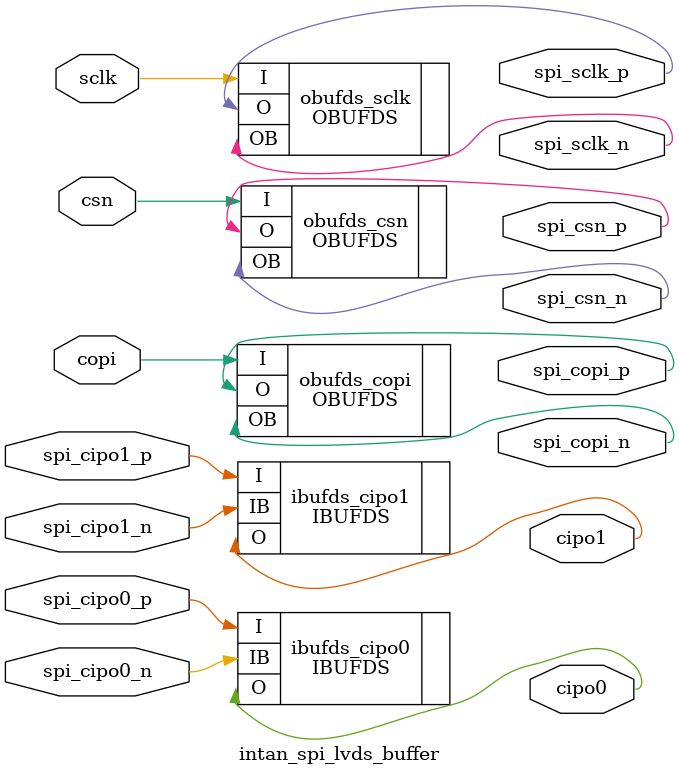
<source format=v>

module intan_spi_lvds_buffer (
    // Input: Single-ended Intan SPI interface
    (* X_INTERFACE_INFO = "kemerelab.org:intan:intan_spi:1.0 intan_spi sclk" *)
    input wire sclk,
    
    (* X_INTERFACE_INFO = "kemerelab.org:intan:intan_spi:1.0 intan_spi csn" *)
    input wire csn,
    
    (* X_INTERFACE_INFO = "kemerelab.org:intan:intan_spi:1.0 intan_spi copi" *)
    input wire copi,
    
    (* X_INTERFACE_INFO = "kemerelab.org:intan:intan_spi:1.0 intan_spi cipo0" *)
    output wire cipo0,
    
    (* X_INTERFACE_INFO = "kemerelab.org:intan:intan_spi:1.0 intan_spi cipo1" *)
    (* X_INTERFACE_PARAMETER = "ASSOCIATED_BUSIF intan_spi" *)
    output wire cipo1,
    
    // Output: Differential LVDS Intan SPI interface
    (* X_INTERFACE_INFO = "kemerelab.org:intan:intan_spi_diff:1.0 spi_lvds sclk_p" *)
    output wire spi_sclk_p,
    (* X_INTERFACE_INFO = "kemerelab.org:intan:intan_spi_diff:1.0 spi_lvds sclk_n" *)
    output wire spi_sclk_n,
    
    (* X_INTERFACE_INFO = "kemerelab.org:intan:intan_spi_diff:1.0 spi_lvds csn_p" *)
    output wire spi_csn_p,
    (* X_INTERFACE_INFO = "kemerelab.org:intan:intan_spi_diff:1.0 spi_lvds csn_n" *)
    output wire spi_csn_n,
    
    (* X_INTERFACE_INFO = "kemerelab.org:intan:intan_spi_diff:1.0 spi_lvds copi_p" *)
    output wire spi_copi_p,
    (* X_INTERFACE_INFO = "kemerelab.org:intan:intan_spi_diff:1.0 spi_lvds copi_n" *)
    output wire spi_copi_n,
    
    (* X_INTERFACE_INFO = "kemerelab.org:intan:intan_spi_diff:1.0 spi_lvds cipo0_p" *)
    input wire spi_cipo0_p,
    (* X_INTERFACE_INFO = "kemerelab.org:intan:intan_spi_diff:1.0 spi_lvds cipo0_n" *)
    input wire spi_cipo0_n,
    
    (* X_INTERFACE_INFO = "kemerelab.org:intan:intan_spi_diff:1.0 spi_lvds cipo1_p" *)
    input wire spi_cipo1_p,
    (* X_INTERFACE_INFO = "kemerelab.org:intan:intan_spi_diff:1.0 spi_lvds cipo1_n" *)
    (* X_INTERFACE_PARAMETER = "ASSOCIATED_BUSIF spi_lvds" *)
    input wire spi_cipo1_n
);

    // LVDS output buffers for outgoing signals (Master outputs)
    // These convert single-ended signals to differential LVDS
    
    (* IOB = "TRUE" *)
    (* IOSTANDARD = "LVDS_25" *)
    OBUFDS #(
        .IOSTANDARD("LVDS_25"),
        .SLEW("FAST")
    ) obufds_sclk (
        .O(spi_sclk_p),     // Positive output
        .OB(spi_sclk_n),    // Negative output  
        .I(sclk)        // Single-ended input
    );
    
    (* IOB = "TRUE" *)
    (* IOSTANDARD = "LVDS_25" *)
    OBUFDS #(
        .IOSTANDARD("LVDS_25"),
        .SLEW("FAST")
    ) obufds_csn (
        .O(spi_csn_p),
        .OB(spi_csn_n),
        .I(csn)
    );
    
    (* IOB = "TRUE" *)
    (* IOSTANDARD = "LVDS_25" *)
    OBUFDS #(
        .IOSTANDARD("LVDS_25"),
        .SLEW("FAST")
    ) obufds_copi (
        .O(spi_copi_p),
        .OB(spi_copi_n),
        .I(copi)
    );
    
    // LVDS input buffers for incoming signals (Master inputs)
    // These convert differential LVDS to single-ended signals
    
    (* IOB = "TRUE" *)
    (* IOSTANDARD = "LVDS_25" *)
    IBUFDS #(
        .IOSTANDARD("LVDS_25"),
        .DIFF_TERM("TRUE")   // Enable differential termination
    ) ibufds_cipo0 (
        .O(cipo0),       // Single-ended output
        .I(spi_cipo0_p),     // Positive input
        .IB(spi_cipo0_n)     // Negative input
    );
    
    (* IOB = "TRUE" *)
    (* IOSTANDARD = "LVDS_25" *)
    IBUFDS #(
        .IOSTANDARD("LVDS_25"),
        .DIFF_TERM("TRUE")   // Enable differential termination
    ) ibufds_cipo1 (
        .O(cipo1),
        .I(spi_cipo1_p),
        .IB(spi_cipo1_n)
    );

endmodule
</source>
